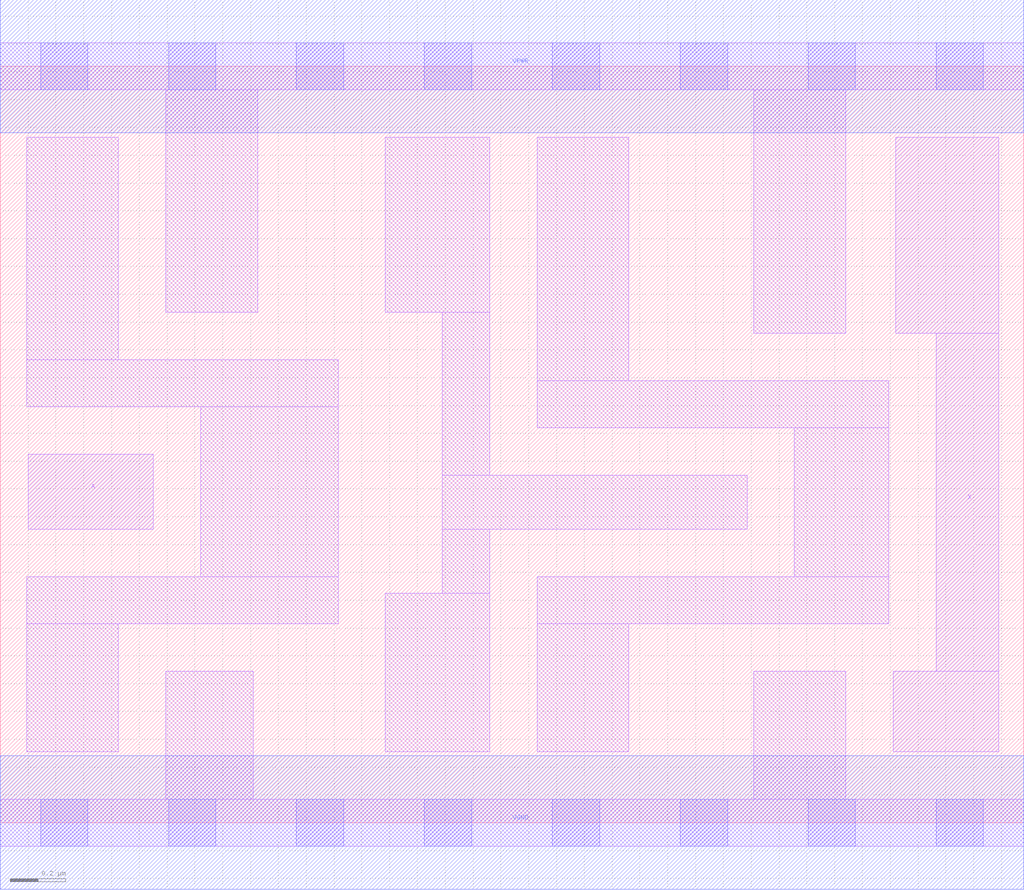
<source format=lef>
# Copyright 2020 The SkyWater PDK Authors
#
# Licensed under the Apache License, Version 2.0 (the "License");
# you may not use this file except in compliance with the License.
# You may obtain a copy of the License at
#
#     https://www.apache.org/licenses/LICENSE-2.0
#
# Unless required by applicable law or agreed to in writing, software
# distributed under the License is distributed on an "AS IS" BASIS,
# WITHOUT WARRANTIES OR CONDITIONS OF ANY KIND, either express or implied.
# See the License for the specific language governing permissions and
# limitations under the License.
#
# SPDX-License-Identifier: Apache-2.0

VERSION 5.7 ;
  NAMESCASESENSITIVE ON ;
  NOWIREEXTENSIONATPIN ON ;
  DIVIDERCHAR "/" ;
  BUSBITCHARS "[]" ;
UNITS
  DATABASE MICRONS 200 ;
END UNITS
MACRO sky130_fd_sc_hd__clkdlybuf4s18_1
  CLASS CORE ;
  FOREIGN sky130_fd_sc_hd__clkdlybuf4s18_1 ;
  ORIGIN  0.000000  0.000000 ;
  SIZE  3.680000 BY  2.720000 ;
  SYMMETRY X Y R90 ;
  SITE unithd ;
  PIN A
    ANTENNAGATEAREA  0.213000 ;
    DIRECTION INPUT ;
    USE SIGNAL ;
    PORT
      LAYER li1 ;
        RECT 0.100000 1.055000 0.550000 1.325000 ;
    END
  END A
  PIN X
    ANTENNADIFFAREA  0.376300 ;
    DIRECTION OUTPUT ;
    USE SIGNAL ;
    PORT
      LAYER li1 ;
        RECT 3.210000 0.255000 3.590000 0.545000 ;
        RECT 3.220000 1.760000 3.590000 2.465000 ;
        RECT 3.365000 0.545000 3.590000 1.760000 ;
    END
  END X
  PIN VGND
    DIRECTION INOUT ;
    SHAPE ABUTMENT ;
    USE GROUND ;
    PORT
      LAYER met1 ;
        RECT 0.000000 -0.240000 3.680000 0.240000 ;
    END
  END VGND
  PIN VPWR
    DIRECTION INOUT ;
    SHAPE ABUTMENT ;
    USE POWER ;
    PORT
      LAYER met1 ;
        RECT 0.000000 2.480000 3.680000 2.960000 ;
    END
  END VPWR
  OBS
    LAYER li1 ;
      RECT 0.000000 -0.085000 3.680000 0.085000 ;
      RECT 0.000000  2.635000 3.680000 2.805000 ;
      RECT 0.095000  0.255000 0.425000 0.715000 ;
      RECT 0.095000  0.715000 1.215000 0.885000 ;
      RECT 0.095000  1.495000 1.215000 1.665000 ;
      RECT 0.095000  1.665000 0.425000 2.465000 ;
      RECT 0.595000  0.085000 0.910000 0.545000 ;
      RECT 0.595000  1.835000 0.925000 2.635000 ;
      RECT 0.720000  0.885000 1.215000 1.495000 ;
      RECT 1.385000  0.255000 1.760000 0.825000 ;
      RECT 1.385000  1.835000 1.760000 2.465000 ;
      RECT 1.590000  0.825000 1.760000 1.055000 ;
      RECT 1.590000  1.055000 2.685000 1.250000 ;
      RECT 1.590000  1.250000 1.760000 1.835000 ;
      RECT 1.930000  0.255000 2.260000 0.715000 ;
      RECT 1.930000  0.715000 3.195000 0.885000 ;
      RECT 1.930000  1.420000 3.195000 1.590000 ;
      RECT 1.930000  1.590000 2.260000 2.465000 ;
      RECT 2.710000  0.085000 3.040000 0.545000 ;
      RECT 2.710000  1.760000 3.040000 2.635000 ;
      RECT 2.855000  0.885000 3.195000 1.420000 ;
    LAYER mcon ;
      RECT 0.145000 -0.085000 0.315000 0.085000 ;
      RECT 0.145000  2.635000 0.315000 2.805000 ;
      RECT 0.605000 -0.085000 0.775000 0.085000 ;
      RECT 0.605000  2.635000 0.775000 2.805000 ;
      RECT 1.065000 -0.085000 1.235000 0.085000 ;
      RECT 1.065000  2.635000 1.235000 2.805000 ;
      RECT 1.525000 -0.085000 1.695000 0.085000 ;
      RECT 1.525000  2.635000 1.695000 2.805000 ;
      RECT 1.985000 -0.085000 2.155000 0.085000 ;
      RECT 1.985000  2.635000 2.155000 2.805000 ;
      RECT 2.445000 -0.085000 2.615000 0.085000 ;
      RECT 2.445000  2.635000 2.615000 2.805000 ;
      RECT 2.905000 -0.085000 3.075000 0.085000 ;
      RECT 2.905000  2.635000 3.075000 2.805000 ;
      RECT 3.365000 -0.085000 3.535000 0.085000 ;
      RECT 3.365000  2.635000 3.535000 2.805000 ;
  END
END sky130_fd_sc_hd__clkdlybuf4s18_1
END LIBRARY

</source>
